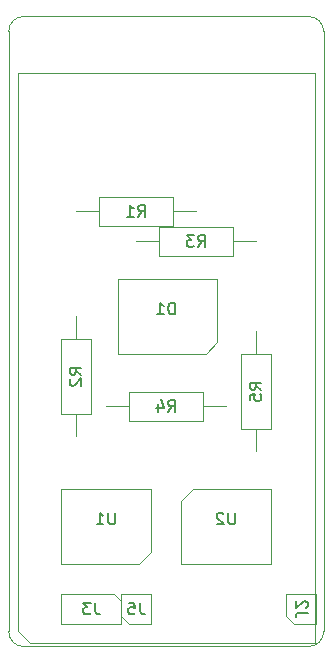
<source format=gbr>
%TF.GenerationSoftware,KiCad,Pcbnew,5.1.5+dfsg1-2~bpo10+1*%
%TF.CreationDate,2020-10-04T09:49:28+00:00*%
%TF.ProjectId,PWR,5057522e-6b69-4636-9164-5f7063625858,rev?*%
%TF.SameCoordinates,Original*%
%TF.FileFunction,Other,Fab,Bot*%
%FSLAX45Y45*%
G04 Gerber Fmt 4.5, Leading zero omitted, Abs format (unit mm)*
G04 Created by KiCad (PCBNEW 5.1.5+dfsg1-2~bpo10+1) date 2020-10-04 09:49:28*
%MOMM*%
%LPD*%
G04 APERTURE LIST*
%ADD10C,0.120000*%
%ADD11C,0.100000*%
%ADD12C,0.150000*%
G04 APERTURE END LIST*
D10*
X2476500Y-508000D02*
G75*
G02X2349500Y-635000I-127000J0D01*
G01*
X-190500Y4572000D02*
G75*
G02X-63500Y4699000I127000J0D01*
G01*
X-63500Y-635000D02*
G75*
G02X-190500Y-508000I0J127000D01*
G01*
X2349500Y4699000D02*
G75*
G02X2476500Y4572000I0J-127000D01*
G01*
X-190500Y4572000D02*
X-190500Y-508000D01*
X2349500Y4699000D02*
X-63500Y4699000D01*
X2476500Y-508000D02*
X2476500Y4572000D01*
X-63500Y-635000D02*
X2349500Y-635000D01*
D11*
X1370000Y698500D02*
X1270000Y598500D01*
X2032000Y698500D02*
X1370000Y698500D01*
X2032000Y63500D02*
X2032000Y698500D01*
X1270000Y63500D02*
X2032000Y63500D01*
X1270000Y598500D02*
X1270000Y63500D01*
X2159000Y-381000D02*
X2222500Y-444500D01*
X2159000Y-190500D02*
X2159000Y-381000D01*
X2413000Y-190500D02*
X2159000Y-190500D01*
X2413000Y-444500D02*
X2413000Y-190500D01*
X2222500Y-444500D02*
X2413000Y-444500D01*
X762000Y-381000D02*
X825500Y-444500D01*
X762000Y-190500D02*
X762000Y-381000D01*
X1016000Y-190500D02*
X762000Y-190500D01*
X1016000Y-444500D02*
X1016000Y-190500D01*
X825500Y-444500D02*
X1016000Y-444500D01*
X-12700Y-609600D02*
X-114300Y-508000D01*
X2400300Y-609600D02*
X-12700Y-609600D01*
X2400300Y4216400D02*
X2400300Y-609600D01*
X-114300Y4216400D02*
X2400300Y4216400D01*
X-114300Y-508000D02*
X-114300Y4216400D01*
X254000Y-444500D02*
X762000Y-444500D01*
X254000Y-190500D02*
X254000Y-444500D01*
X698500Y-190500D02*
X254000Y-190500D01*
X762000Y-254000D02*
X698500Y-190500D01*
X762000Y-444500D02*
X762000Y-254000D01*
X1905000Y2032000D02*
X1905000Y1839000D01*
X1905000Y1016000D02*
X1905000Y1209000D01*
X2030000Y1839000D02*
X2030000Y1209000D01*
X1780000Y1839000D02*
X2030000Y1839000D01*
X1780000Y1209000D02*
X1780000Y1839000D01*
X2030000Y1209000D02*
X1780000Y1209000D01*
X828000Y1272000D02*
X828000Y1522000D01*
X828000Y1522000D02*
X1458000Y1522000D01*
X1458000Y1522000D02*
X1458000Y1272000D01*
X1458000Y1272000D02*
X828000Y1272000D01*
X635000Y1397000D02*
X828000Y1397000D01*
X1651000Y1397000D02*
X1458000Y1397000D01*
X889000Y2794000D02*
X1082000Y2794000D01*
X1905000Y2794000D02*
X1712000Y2794000D01*
X1082000Y2919000D02*
X1712000Y2919000D01*
X1082000Y2669000D02*
X1082000Y2919000D01*
X1712000Y2669000D02*
X1082000Y2669000D01*
X1712000Y2919000D02*
X1712000Y2669000D01*
X381000Y1143000D02*
X381000Y1336000D01*
X381000Y2159000D02*
X381000Y1966000D01*
X256000Y1336000D02*
X256000Y1966000D01*
X506000Y1336000D02*
X256000Y1336000D01*
X506000Y1966000D02*
X506000Y1336000D01*
X256000Y1966000D02*
X506000Y1966000D01*
X1397000Y3048000D02*
X1204000Y3048000D01*
X381000Y3048000D02*
X574000Y3048000D01*
X1204000Y2923000D02*
X574000Y2923000D01*
X1204000Y3173000D02*
X1204000Y2923000D01*
X574000Y3173000D02*
X1204000Y3173000D01*
X574000Y2923000D02*
X574000Y3173000D01*
X1577000Y1941500D02*
X1577000Y2476500D01*
X1577000Y2476500D02*
X737000Y2476500D01*
X737000Y2476500D02*
X737000Y1841500D01*
X737000Y1841500D02*
X1477000Y1841500D01*
X1477000Y1841500D02*
X1577000Y1941500D01*
X916000Y63500D02*
X1016000Y163500D01*
X254000Y63500D02*
X916000Y63500D01*
X254000Y698500D02*
X254000Y63500D01*
X1016000Y698500D02*
X254000Y698500D01*
X1016000Y163500D02*
X1016000Y698500D01*
D12*
X1727190Y499262D02*
X1727190Y418310D01*
X1722428Y408786D01*
X1717667Y404024D01*
X1708143Y399262D01*
X1689095Y399262D01*
X1679571Y404024D01*
X1674809Y408786D01*
X1670048Y418310D01*
X1670048Y499262D01*
X1627190Y489738D02*
X1622428Y494500D01*
X1612905Y499262D01*
X1589095Y499262D01*
X1579571Y494500D01*
X1574809Y489738D01*
X1570048Y480214D01*
X1570048Y470690D01*
X1574809Y456405D01*
X1631952Y399262D01*
X1570048Y399262D01*
X2340762Y-350833D02*
X2269333Y-350833D01*
X2255048Y-355595D01*
X2245524Y-365119D01*
X2240762Y-379405D01*
X2240762Y-388928D01*
X2331238Y-307976D02*
X2336000Y-303214D01*
X2340762Y-293690D01*
X2340762Y-269881D01*
X2336000Y-260357D01*
X2331238Y-255595D01*
X2321714Y-250833D01*
X2312190Y-250833D01*
X2297905Y-255595D01*
X2240762Y-312738D01*
X2240762Y-250833D01*
X922333Y-262738D02*
X922333Y-334167D01*
X927095Y-348452D01*
X936619Y-357976D01*
X950905Y-362738D01*
X960428Y-362738D01*
X827095Y-262738D02*
X874714Y-262738D01*
X879476Y-310357D01*
X874714Y-305595D01*
X865190Y-300833D01*
X841381Y-300833D01*
X831857Y-305595D01*
X827095Y-310357D01*
X822333Y-319881D01*
X822333Y-343690D01*
X827095Y-353214D01*
X831857Y-357976D01*
X841381Y-362738D01*
X865190Y-362738D01*
X874714Y-357976D01*
X879476Y-353214D01*
X541333Y-262738D02*
X541333Y-334167D01*
X546095Y-348452D01*
X555619Y-357976D01*
X569905Y-362738D01*
X579429Y-362738D01*
X503238Y-262738D02*
X441333Y-262738D01*
X474667Y-300833D01*
X460381Y-300833D01*
X450857Y-305595D01*
X446095Y-310357D01*
X441333Y-319881D01*
X441333Y-343690D01*
X446095Y-353214D01*
X450857Y-357976D01*
X460381Y-362738D01*
X488952Y-362738D01*
X498476Y-357976D01*
X503238Y-353214D01*
X1950238Y1540667D02*
X1902619Y1574000D01*
X1950238Y1597810D02*
X1850238Y1597810D01*
X1850238Y1559714D01*
X1855000Y1550190D01*
X1859762Y1545429D01*
X1869286Y1540667D01*
X1883571Y1540667D01*
X1893095Y1545429D01*
X1897857Y1550190D01*
X1902619Y1559714D01*
X1902619Y1597810D01*
X1850238Y1450190D02*
X1850238Y1497810D01*
X1897857Y1502571D01*
X1893095Y1497810D01*
X1888333Y1488286D01*
X1888333Y1464476D01*
X1893095Y1454952D01*
X1897857Y1450190D01*
X1907381Y1445429D01*
X1931190Y1445429D01*
X1940714Y1450190D01*
X1945476Y1454952D01*
X1950238Y1464476D01*
X1950238Y1488286D01*
X1945476Y1497810D01*
X1940714Y1502571D01*
X1159667Y1351762D02*
X1193000Y1399381D01*
X1216810Y1351762D02*
X1216810Y1451762D01*
X1178714Y1451762D01*
X1169190Y1447000D01*
X1164429Y1442238D01*
X1159667Y1432714D01*
X1159667Y1418429D01*
X1164429Y1408905D01*
X1169190Y1404143D01*
X1178714Y1399381D01*
X1216810Y1399381D01*
X1073952Y1418429D02*
X1073952Y1351762D01*
X1097762Y1456524D02*
X1121571Y1385095D01*
X1059667Y1385095D01*
X1413667Y2748762D02*
X1447000Y2796381D01*
X1470809Y2748762D02*
X1470809Y2848762D01*
X1432714Y2848762D01*
X1423190Y2844000D01*
X1418428Y2839238D01*
X1413667Y2829714D01*
X1413667Y2815429D01*
X1418428Y2805905D01*
X1423190Y2801143D01*
X1432714Y2796381D01*
X1470809Y2796381D01*
X1380333Y2848762D02*
X1318429Y2848762D01*
X1351762Y2810667D01*
X1337476Y2810667D01*
X1327952Y2805905D01*
X1323190Y2801143D01*
X1318429Y2791619D01*
X1318429Y2767810D01*
X1323190Y2758286D01*
X1327952Y2753524D01*
X1337476Y2748762D01*
X1366048Y2748762D01*
X1375571Y2753524D01*
X1380333Y2758286D01*
X426238Y1667667D02*
X378619Y1701000D01*
X426238Y1724810D02*
X326238Y1724810D01*
X326238Y1686714D01*
X331000Y1677190D01*
X335762Y1672429D01*
X345286Y1667667D01*
X359571Y1667667D01*
X369095Y1672429D01*
X373857Y1677190D01*
X378619Y1686714D01*
X378619Y1724810D01*
X335762Y1629571D02*
X331000Y1624810D01*
X326238Y1615286D01*
X326238Y1591476D01*
X331000Y1581952D01*
X335762Y1577190D01*
X345286Y1572429D01*
X354809Y1572429D01*
X369095Y1577190D01*
X426238Y1634333D01*
X426238Y1572429D01*
X905667Y3002762D02*
X939000Y3050381D01*
X962809Y3002762D02*
X962809Y3102762D01*
X924714Y3102762D01*
X915190Y3098000D01*
X910428Y3093238D01*
X905667Y3083714D01*
X905667Y3069429D01*
X910428Y3059905D01*
X915190Y3055143D01*
X924714Y3050381D01*
X962809Y3050381D01*
X810428Y3002762D02*
X867571Y3002762D01*
X839000Y3002762D02*
X839000Y3102762D01*
X848524Y3088476D01*
X858048Y3078952D01*
X867571Y3074190D01*
X1216810Y2177262D02*
X1216810Y2277262D01*
X1193000Y2277262D01*
X1178714Y2272500D01*
X1169190Y2262976D01*
X1164429Y2253452D01*
X1159667Y2234405D01*
X1159667Y2220119D01*
X1164429Y2201072D01*
X1169190Y2191548D01*
X1178714Y2182024D01*
X1193000Y2177262D01*
X1216810Y2177262D01*
X1064429Y2177262D02*
X1121571Y2177262D01*
X1093000Y2177262D02*
X1093000Y2277262D01*
X1102524Y2262976D01*
X1112048Y2253452D01*
X1121571Y2248691D01*
X711190Y499262D02*
X711190Y418310D01*
X706428Y408786D01*
X701667Y404024D01*
X692143Y399262D01*
X673095Y399262D01*
X663571Y404024D01*
X658810Y408786D01*
X654048Y418310D01*
X654048Y499262D01*
X554048Y399262D02*
X611190Y399262D01*
X582619Y399262D02*
X582619Y499262D01*
X592143Y484976D01*
X601667Y475452D01*
X611190Y470690D01*
M02*

</source>
